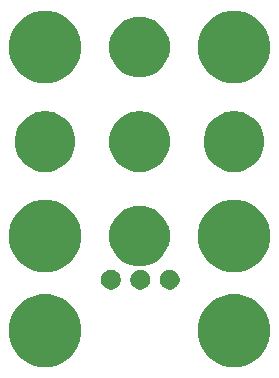
<source format=gbs>
%TF.GenerationSoftware,KiCad,Pcbnew,5.0.0-fee4fd1~66~ubuntu16.04.1*%
%TF.CreationDate,2018-09-25T11:06:20-07:00*%
%TF.ProjectId,3x4-CR2032-Coin-Cell-On-Off-Switch,3378342D4352323033322D436F696E2D,v1.1*%
%TF.SameCoordinates,Original*%
%TF.FileFunction,Soldermask,Bot*%
%TF.FilePolarity,Negative*%
%FSLAX46Y46*%
G04 Gerber Fmt 4.6, Leading zero omitted, Abs format (unit mm)*
G04 Created by KiCad (PCBNEW 5.0.0-fee4fd1~66~ubuntu16.04.1) date Tue Sep 25 11:06:20 2018*
%MOMM*%
%LPD*%
G01*
G04 APERTURE LIST*
%ADD10C,0.350000*%
G04 APERTURE END LIST*
D10*
G36*
X14107296Y-69432017D02*
X14667125Y-69663906D01*
X14667127Y-69663907D01*
X15170963Y-70000560D01*
X15599439Y-70429036D01*
X15936094Y-70932875D01*
X16167983Y-71492704D01*
X16286200Y-72087021D01*
X16286200Y-72692979D01*
X16167983Y-73287296D01*
X15936094Y-73847125D01*
X15936093Y-73847127D01*
X15599440Y-74350963D01*
X15170963Y-74779440D01*
X14667127Y-75116093D01*
X14667126Y-75116094D01*
X14667125Y-75116094D01*
X14107296Y-75347983D01*
X13512979Y-75466200D01*
X12907021Y-75466200D01*
X12312704Y-75347983D01*
X11752875Y-75116094D01*
X11752874Y-75116094D01*
X11752873Y-75116093D01*
X11249037Y-74779440D01*
X10820560Y-74350963D01*
X10483907Y-73847127D01*
X10483906Y-73847125D01*
X10252017Y-73287296D01*
X10133800Y-72692979D01*
X10133800Y-72087021D01*
X10252017Y-71492704D01*
X10483906Y-70932875D01*
X10820561Y-70429036D01*
X11249037Y-70000560D01*
X11752873Y-69663907D01*
X11752875Y-69663906D01*
X12312704Y-69432017D01*
X12907021Y-69313800D01*
X13512979Y-69313800D01*
X14107296Y-69432017D01*
X14107296Y-69432017D01*
G37*
G36*
X30107296Y-69432017D02*
X30667125Y-69663906D01*
X30667127Y-69663907D01*
X31170963Y-70000560D01*
X31599439Y-70429036D01*
X31936094Y-70932875D01*
X32167983Y-71492704D01*
X32286200Y-72087021D01*
X32286200Y-72692979D01*
X32167983Y-73287296D01*
X31936094Y-73847125D01*
X31936093Y-73847127D01*
X31599440Y-74350963D01*
X31170963Y-74779440D01*
X30667127Y-75116093D01*
X30667126Y-75116094D01*
X30667125Y-75116094D01*
X30107296Y-75347983D01*
X29512979Y-75466200D01*
X28907021Y-75466200D01*
X28312704Y-75347983D01*
X27752875Y-75116094D01*
X27752874Y-75116094D01*
X27752873Y-75116093D01*
X27249037Y-74779440D01*
X26820560Y-74350963D01*
X26483907Y-73847127D01*
X26483906Y-73847125D01*
X26252017Y-73287296D01*
X26133800Y-72692979D01*
X26133800Y-72087021D01*
X26252017Y-71492704D01*
X26483906Y-70932875D01*
X26820561Y-70429036D01*
X27249037Y-70000560D01*
X27752873Y-69663907D01*
X27752875Y-69663906D01*
X28312704Y-69432017D01*
X28907021Y-69313800D01*
X29512979Y-69313800D01*
X30107296Y-69432017D01*
X30107296Y-69432017D01*
G37*
G36*
X24004184Y-67272457D02*
X24156727Y-67335643D01*
X24294012Y-67427373D01*
X24410763Y-67544124D01*
X24502493Y-67681409D01*
X24565679Y-67833952D01*
X24597890Y-67995890D01*
X24597890Y-68161002D01*
X24565679Y-68322940D01*
X24502493Y-68475483D01*
X24410763Y-68612768D01*
X24294012Y-68729519D01*
X24156727Y-68821249D01*
X24004184Y-68884435D01*
X23842246Y-68916646D01*
X23677134Y-68916646D01*
X23515196Y-68884435D01*
X23362653Y-68821249D01*
X23225368Y-68729519D01*
X23108617Y-68612768D01*
X23016887Y-68475483D01*
X22953701Y-68322940D01*
X22921490Y-68161002D01*
X22921490Y-67995890D01*
X22953701Y-67833952D01*
X23016887Y-67681409D01*
X23108617Y-67544124D01*
X23225368Y-67427373D01*
X23362653Y-67335643D01*
X23515196Y-67272457D01*
X23677134Y-67240246D01*
X23842246Y-67240246D01*
X24004184Y-67272457D01*
X24004184Y-67272457D01*
G37*
G36*
X21514984Y-67272457D02*
X21667527Y-67335643D01*
X21804812Y-67427373D01*
X21921563Y-67544124D01*
X22013293Y-67681409D01*
X22076479Y-67833952D01*
X22108690Y-67995890D01*
X22108690Y-68161002D01*
X22076479Y-68322940D01*
X22013293Y-68475483D01*
X21921563Y-68612768D01*
X21804812Y-68729519D01*
X21667527Y-68821249D01*
X21514984Y-68884435D01*
X21353046Y-68916646D01*
X21187934Y-68916646D01*
X21025996Y-68884435D01*
X20873453Y-68821249D01*
X20736168Y-68729519D01*
X20619417Y-68612768D01*
X20527687Y-68475483D01*
X20464501Y-68322940D01*
X20432290Y-68161002D01*
X20432290Y-67995890D01*
X20464501Y-67833952D01*
X20527687Y-67681409D01*
X20619417Y-67544124D01*
X20736168Y-67427373D01*
X20873453Y-67335643D01*
X21025996Y-67272457D01*
X21187934Y-67240246D01*
X21353046Y-67240246D01*
X21514984Y-67272457D01*
X21514984Y-67272457D01*
G37*
G36*
X19025784Y-67272457D02*
X19178327Y-67335643D01*
X19315612Y-67427373D01*
X19432363Y-67544124D01*
X19524093Y-67681409D01*
X19587279Y-67833952D01*
X19619490Y-67995890D01*
X19619490Y-68161002D01*
X19587279Y-68322940D01*
X19524093Y-68475483D01*
X19432363Y-68612768D01*
X19315612Y-68729519D01*
X19178327Y-68821249D01*
X19025784Y-68884435D01*
X18863846Y-68916646D01*
X18698734Y-68916646D01*
X18536796Y-68884435D01*
X18384253Y-68821249D01*
X18246968Y-68729519D01*
X18130217Y-68612768D01*
X18038487Y-68475483D01*
X17975301Y-68322940D01*
X17943090Y-68161002D01*
X17943090Y-67995890D01*
X17975301Y-67833952D01*
X18038487Y-67681409D01*
X18130217Y-67544124D01*
X18246968Y-67427373D01*
X18384253Y-67335643D01*
X18536796Y-67272457D01*
X18698734Y-67240246D01*
X18863846Y-67240246D01*
X19025784Y-67272457D01*
X19025784Y-67272457D01*
G37*
G36*
X14107296Y-61432017D02*
X14667125Y-61663906D01*
X14667127Y-61663907D01*
X15170963Y-62000560D01*
X15599439Y-62429036D01*
X15936094Y-62932875D01*
X16167983Y-63492704D01*
X16286200Y-64087021D01*
X16286200Y-64692979D01*
X16167983Y-65287296D01*
X15936094Y-65847125D01*
X15936093Y-65847127D01*
X15599440Y-66350963D01*
X15170963Y-66779440D01*
X14667127Y-67116093D01*
X14667126Y-67116094D01*
X14667125Y-67116094D01*
X14107296Y-67347983D01*
X13512979Y-67466200D01*
X12907021Y-67466200D01*
X12312704Y-67347983D01*
X11752875Y-67116094D01*
X11752874Y-67116094D01*
X11752873Y-67116093D01*
X11249037Y-66779440D01*
X10820560Y-66350963D01*
X10483907Y-65847127D01*
X10483906Y-65847125D01*
X10252017Y-65287296D01*
X10133800Y-64692979D01*
X10133800Y-64087021D01*
X10252017Y-63492704D01*
X10483906Y-62932875D01*
X10820561Y-62429036D01*
X11249037Y-62000560D01*
X11752873Y-61663907D01*
X11752875Y-61663906D01*
X12312704Y-61432017D01*
X12907021Y-61313800D01*
X13512979Y-61313800D01*
X14107296Y-61432017D01*
X14107296Y-61432017D01*
G37*
G36*
X30107296Y-61432017D02*
X30667125Y-61663906D01*
X30667127Y-61663907D01*
X31170963Y-62000560D01*
X31599439Y-62429036D01*
X31936094Y-62932875D01*
X32167983Y-63492704D01*
X32286200Y-64087021D01*
X32286200Y-64692979D01*
X32167983Y-65287296D01*
X31936094Y-65847125D01*
X31936093Y-65847127D01*
X31599440Y-66350963D01*
X31170963Y-66779440D01*
X30667127Y-67116093D01*
X30667126Y-67116094D01*
X30667125Y-67116094D01*
X30107296Y-67347983D01*
X29512979Y-67466200D01*
X28907021Y-67466200D01*
X28312704Y-67347983D01*
X27752875Y-67116094D01*
X27752874Y-67116094D01*
X27752873Y-67116093D01*
X27249037Y-66779440D01*
X26820560Y-66350963D01*
X26483907Y-65847127D01*
X26483906Y-65847125D01*
X26252017Y-65287296D01*
X26133800Y-64692979D01*
X26133800Y-64087021D01*
X26252017Y-63492704D01*
X26483906Y-62932875D01*
X26820561Y-62429036D01*
X27249037Y-62000560D01*
X27752873Y-61663907D01*
X27752875Y-61663906D01*
X28312704Y-61432017D01*
X28907021Y-61313800D01*
X29512979Y-61313800D01*
X30107296Y-61432017D01*
X30107296Y-61432017D01*
G37*
G36*
X21628010Y-61856672D02*
X21958535Y-61922417D01*
X22425550Y-62115861D01*
X22845859Y-62396703D01*
X23203297Y-62754141D01*
X23484139Y-63174450D01*
X23677583Y-63641465D01*
X23776200Y-64137252D01*
X23776200Y-64642748D01*
X23677583Y-65138535D01*
X23484139Y-65605550D01*
X23203297Y-66025859D01*
X22845859Y-66383297D01*
X22425550Y-66664139D01*
X21958535Y-66857583D01*
X21628010Y-66923328D01*
X21462749Y-66956200D01*
X20957251Y-66956200D01*
X20791990Y-66923328D01*
X20461465Y-66857583D01*
X19994450Y-66664139D01*
X19574141Y-66383297D01*
X19216703Y-66025859D01*
X18935861Y-65605550D01*
X18742417Y-65138535D01*
X18643800Y-64642748D01*
X18643800Y-64137252D01*
X18742417Y-63641465D01*
X18935861Y-63174450D01*
X19216703Y-62754141D01*
X19574141Y-62396703D01*
X19994450Y-62115861D01*
X20461465Y-61922417D01*
X20791990Y-61856672D01*
X20957251Y-61823800D01*
X21462749Y-61823800D01*
X21628010Y-61856672D01*
X21628010Y-61856672D01*
G37*
G36*
X21628010Y-53856672D02*
X21958535Y-53922417D01*
X22425550Y-54115861D01*
X22845859Y-54396703D01*
X23203297Y-54754141D01*
X23484139Y-55174450D01*
X23677583Y-55641465D01*
X23776200Y-56137252D01*
X23776200Y-56642748D01*
X23677583Y-57138535D01*
X23484139Y-57605550D01*
X23203297Y-58025859D01*
X22845859Y-58383297D01*
X22425550Y-58664139D01*
X21958535Y-58857583D01*
X21628010Y-58923328D01*
X21462749Y-58956200D01*
X20957251Y-58956200D01*
X20791990Y-58923328D01*
X20461465Y-58857583D01*
X19994450Y-58664139D01*
X19574141Y-58383297D01*
X19216703Y-58025859D01*
X18935861Y-57605550D01*
X18742417Y-57138535D01*
X18643800Y-56642748D01*
X18643800Y-56137252D01*
X18742417Y-55641465D01*
X18935861Y-55174450D01*
X19216703Y-54754141D01*
X19574141Y-54396703D01*
X19994450Y-54115861D01*
X20461465Y-53922417D01*
X20791990Y-53856672D01*
X20957251Y-53823800D01*
X21462749Y-53823800D01*
X21628010Y-53856672D01*
X21628010Y-53856672D01*
G37*
G36*
X13628010Y-53856672D02*
X13958535Y-53922417D01*
X14425550Y-54115861D01*
X14845859Y-54396703D01*
X15203297Y-54754141D01*
X15484139Y-55174450D01*
X15677583Y-55641465D01*
X15776200Y-56137252D01*
X15776200Y-56642748D01*
X15677583Y-57138535D01*
X15484139Y-57605550D01*
X15203297Y-58025859D01*
X14845859Y-58383297D01*
X14425550Y-58664139D01*
X13958535Y-58857583D01*
X13628010Y-58923328D01*
X13462749Y-58956200D01*
X12957251Y-58956200D01*
X12791990Y-58923328D01*
X12461465Y-58857583D01*
X11994450Y-58664139D01*
X11574141Y-58383297D01*
X11216703Y-58025859D01*
X10935861Y-57605550D01*
X10742417Y-57138535D01*
X10643800Y-56642748D01*
X10643800Y-56137252D01*
X10742417Y-55641465D01*
X10935861Y-55174450D01*
X11216703Y-54754141D01*
X11574141Y-54396703D01*
X11994450Y-54115861D01*
X12461465Y-53922417D01*
X12791990Y-53856672D01*
X12957251Y-53823800D01*
X13462749Y-53823800D01*
X13628010Y-53856672D01*
X13628010Y-53856672D01*
G37*
G36*
X29628010Y-53856672D02*
X29958535Y-53922417D01*
X30425550Y-54115861D01*
X30845859Y-54396703D01*
X31203297Y-54754141D01*
X31484139Y-55174450D01*
X31677583Y-55641465D01*
X31776200Y-56137252D01*
X31776200Y-56642748D01*
X31677583Y-57138535D01*
X31484139Y-57605550D01*
X31203297Y-58025859D01*
X30845859Y-58383297D01*
X30425550Y-58664139D01*
X29958535Y-58857583D01*
X29628010Y-58923328D01*
X29462749Y-58956200D01*
X28957251Y-58956200D01*
X28791990Y-58923328D01*
X28461465Y-58857583D01*
X27994450Y-58664139D01*
X27574141Y-58383297D01*
X27216703Y-58025859D01*
X26935861Y-57605550D01*
X26742417Y-57138535D01*
X26643800Y-56642748D01*
X26643800Y-56137252D01*
X26742417Y-55641465D01*
X26935861Y-55174450D01*
X27216703Y-54754141D01*
X27574141Y-54396703D01*
X27994450Y-54115861D01*
X28461465Y-53922417D01*
X28791990Y-53856672D01*
X28957251Y-53823800D01*
X29462749Y-53823800D01*
X29628010Y-53856672D01*
X29628010Y-53856672D01*
G37*
G36*
X14107296Y-45432017D02*
X14667125Y-45663906D01*
X14667127Y-45663907D01*
X15170963Y-46000560D01*
X15599439Y-46429036D01*
X15936094Y-46932875D01*
X16167983Y-47492704D01*
X16286200Y-48087021D01*
X16286200Y-48692979D01*
X16167983Y-49287296D01*
X15936094Y-49847125D01*
X15936093Y-49847127D01*
X15599440Y-50350963D01*
X15170963Y-50779440D01*
X14667127Y-51116093D01*
X14667126Y-51116094D01*
X14667125Y-51116094D01*
X14107296Y-51347983D01*
X13512979Y-51466200D01*
X12907021Y-51466200D01*
X12312704Y-51347983D01*
X11752875Y-51116094D01*
X11752874Y-51116094D01*
X11752873Y-51116093D01*
X11249037Y-50779440D01*
X10820560Y-50350963D01*
X10483907Y-49847127D01*
X10483906Y-49847125D01*
X10252017Y-49287296D01*
X10133800Y-48692979D01*
X10133800Y-48087021D01*
X10252017Y-47492704D01*
X10483906Y-46932875D01*
X10820561Y-46429036D01*
X11249037Y-46000560D01*
X11752873Y-45663907D01*
X11752875Y-45663906D01*
X12312704Y-45432017D01*
X12907021Y-45313800D01*
X13512979Y-45313800D01*
X14107296Y-45432017D01*
X14107296Y-45432017D01*
G37*
G36*
X30107296Y-45432017D02*
X30667125Y-45663906D01*
X30667127Y-45663907D01*
X31170963Y-46000560D01*
X31599439Y-46429036D01*
X31936094Y-46932875D01*
X32167983Y-47492704D01*
X32286200Y-48087021D01*
X32286200Y-48692979D01*
X32167983Y-49287296D01*
X31936094Y-49847125D01*
X31936093Y-49847127D01*
X31599440Y-50350963D01*
X31170963Y-50779440D01*
X30667127Y-51116093D01*
X30667126Y-51116094D01*
X30667125Y-51116094D01*
X30107296Y-51347983D01*
X29512979Y-51466200D01*
X28907021Y-51466200D01*
X28312704Y-51347983D01*
X27752875Y-51116094D01*
X27752874Y-51116094D01*
X27752873Y-51116093D01*
X27249037Y-50779440D01*
X26820560Y-50350963D01*
X26483907Y-49847127D01*
X26483906Y-49847125D01*
X26252017Y-49287296D01*
X26133800Y-48692979D01*
X26133800Y-48087021D01*
X26252017Y-47492704D01*
X26483906Y-46932875D01*
X26820561Y-46429036D01*
X27249037Y-46000560D01*
X27752873Y-45663907D01*
X27752875Y-45663906D01*
X28312704Y-45432017D01*
X28907021Y-45313800D01*
X29512979Y-45313800D01*
X30107296Y-45432017D01*
X30107296Y-45432017D01*
G37*
G36*
X21628010Y-45856672D02*
X21958535Y-45922417D01*
X22425550Y-46115861D01*
X22845859Y-46396703D01*
X23203297Y-46754141D01*
X23484139Y-47174450D01*
X23677583Y-47641465D01*
X23776200Y-48137252D01*
X23776200Y-48642748D01*
X23677583Y-49138535D01*
X23484139Y-49605550D01*
X23203297Y-50025859D01*
X22845859Y-50383297D01*
X22425550Y-50664139D01*
X21958535Y-50857583D01*
X21628010Y-50923328D01*
X21462749Y-50956200D01*
X20957251Y-50956200D01*
X20791990Y-50923328D01*
X20461465Y-50857583D01*
X19994450Y-50664139D01*
X19574141Y-50383297D01*
X19216703Y-50025859D01*
X18935861Y-49605550D01*
X18742417Y-49138535D01*
X18643800Y-48642748D01*
X18643800Y-48137252D01*
X18742417Y-47641465D01*
X18935861Y-47174450D01*
X19216703Y-46754141D01*
X19574141Y-46396703D01*
X19994450Y-46115861D01*
X20461465Y-45922417D01*
X20791990Y-45856672D01*
X20957251Y-45823800D01*
X21462749Y-45823800D01*
X21628010Y-45856672D01*
X21628010Y-45856672D01*
G37*
M02*

</source>
